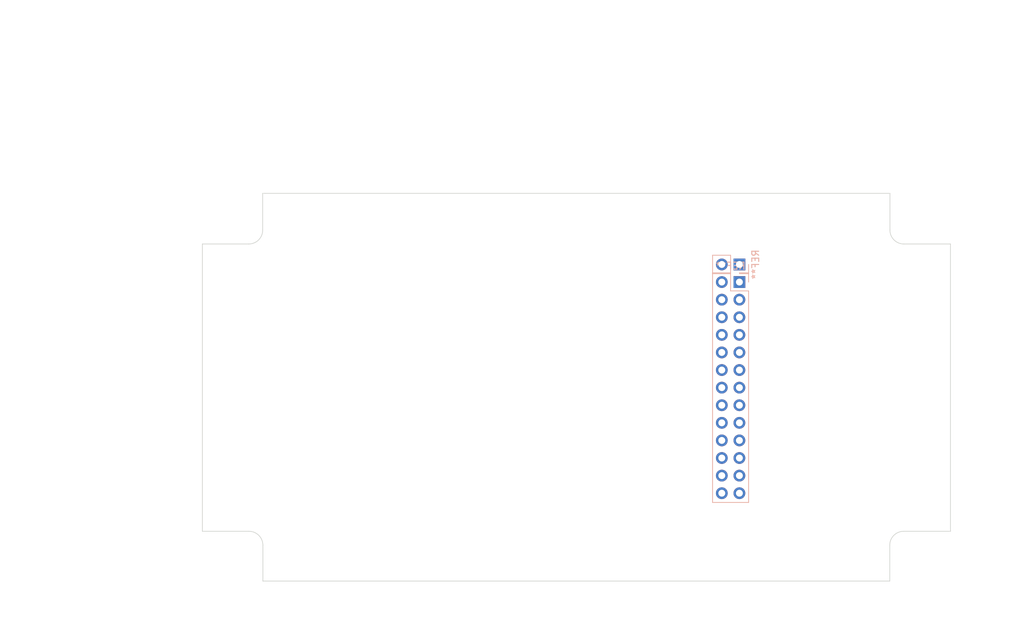
<source format=kicad_pcb>
(kicad_pcb (version 20171130) (host pcbnew "(5.1.4-0)")

  (general
    (thickness 1.6)
    (drawings 203)
    (tracks 0)
    (zones 0)
    (modules 2)
    (nets 1)
  )

  (page A4)
  (layers
    (0 F.Cu signal)
    (31 B.Cu signal)
    (32 B.Adhes user)
    (33 F.Adhes user)
    (34 B.Paste user)
    (35 F.Paste user)
    (36 B.SilkS user)
    (37 F.SilkS user)
    (38 B.Mask user)
    (39 F.Mask user)
    (40 Dwgs.User user)
    (41 Cmts.User user)
    (42 Eco1.User user)
    (43 Eco2.User user)
    (44 Edge.Cuts user)
    (45 Margin user)
    (46 B.CrtYd user)
    (47 F.CrtYd user)
    (48 B.Fab user)
    (49 F.Fab user)
  )

  (setup
    (last_trace_width 0.25)
    (trace_clearance 0.2)
    (zone_clearance 0.508)
    (zone_45_only no)
    (trace_min 0.2)
    (via_size 0.6)
    (via_drill 0.4)
    (via_min_size 0.4)
    (via_min_drill 0.3)
    (uvia_size 0.3)
    (uvia_drill 0.1)
    (uvias_allowed no)
    (uvia_min_size 0.2)
    (uvia_min_drill 0.1)
    (edge_width 0.1)
    (segment_width 0.2)
    (pcb_text_width 0.3)
    (pcb_text_size 1.5 1.5)
    (mod_edge_width 0.15)
    (mod_text_size 1 1)
    (mod_text_width 0.15)
    (pad_size 1.5 1.5)
    (pad_drill 0.6)
    (pad_to_mask_clearance 0)
    (aux_axis_origin 0 0)
    (visible_elements FFFFFF7F)
    (pcbplotparams
      (layerselection 0x00030_80000001)
      (usegerberextensions false)
      (usegerberattributes false)
      (usegerberadvancedattributes false)
      (creategerberjobfile false)
      (excludeedgelayer true)
      (linewidth 0.100000)
      (plotframeref false)
      (viasonmask false)
      (mode 1)
      (useauxorigin false)
      (hpglpennumber 1)
      (hpglpenspeed 20)
      (hpglpendiameter 15.000000)
      (psnegative false)
      (psa4output false)
      (plotreference true)
      (plotvalue true)
      (plotinvisibletext false)
      (padsonsilk false)
      (subtractmaskfromsilk false)
      (outputformat 1)
      (mirror false)
      (drillshape 1)
      (scaleselection 1)
      (outputdirectory ""))
  )

  (net 0 "")

  (net_class Default "This is the default net class."
    (clearance 0.2)
    (trace_width 0.25)
    (via_dia 0.6)
    (via_drill 0.4)
    (uvia_dia 0.3)
    (uvia_drill 0.1)
  )

  (module Connector_PinHeader_2.54mm:PinHeader_1x02_P2.54mm_Vertical (layer B.Cu) (tedit 59FED5CC) (tstamp 5E7CF0D5)
    (at 140.7781 74.27998 90)
    (descr "Through hole straight pin header, 1x02, 2.54mm pitch, single row")
    (tags "Through hole pin header THT 1x02 2.54mm single row")
    (fp_text reference REF** (at 0 2.33 90) (layer B.SilkS)
      (effects (font (size 1 1) (thickness 0.15)) (justify mirror))
    )
    (fp_text value P44-extra-pins (at 2.74574 -1.4478 180) (layer B.Fab)
      (effects (font (size 1 1) (thickness 0.15)) (justify mirror))
    )
    (fp_text user %R (at 0 -1.27 180) (layer B.Fab)
      (effects (font (size 1 1) (thickness 0.15)) (justify mirror))
    )
    (fp_line (start 1.8 1.8) (end -1.8 1.8) (layer B.CrtYd) (width 0.05))
    (fp_line (start 1.8 -4.35) (end 1.8 1.8) (layer B.CrtYd) (width 0.05))
    (fp_line (start -1.8 -4.35) (end 1.8 -4.35) (layer B.CrtYd) (width 0.05))
    (fp_line (start -1.8 1.8) (end -1.8 -4.35) (layer B.CrtYd) (width 0.05))
    (fp_line (start -1.33 1.33) (end 0 1.33) (layer B.SilkS) (width 0.12))
    (fp_line (start -1.33 0) (end -1.33 1.33) (layer B.SilkS) (width 0.12))
    (fp_line (start -1.33 -1.27) (end 1.33 -1.27) (layer B.SilkS) (width 0.12))
    (fp_line (start 1.33 -1.27) (end 1.33 -3.87) (layer B.SilkS) (width 0.12))
    (fp_line (start -1.33 -1.27) (end -1.33 -3.87) (layer B.SilkS) (width 0.12))
    (fp_line (start -1.33 -3.87) (end 1.33 -3.87) (layer B.SilkS) (width 0.12))
    (fp_line (start -1.27 0.635) (end -0.635 1.27) (layer B.Fab) (width 0.1))
    (fp_line (start -1.27 -3.81) (end -1.27 0.635) (layer B.Fab) (width 0.1))
    (fp_line (start 1.27 -3.81) (end -1.27 -3.81) (layer B.Fab) (width 0.1))
    (fp_line (start 1.27 1.27) (end 1.27 -3.81) (layer B.Fab) (width 0.1))
    (fp_line (start -0.635 1.27) (end 1.27 1.27) (layer B.Fab) (width 0.1))
    (pad 2 thru_hole oval (at 0 -2.54 90) (size 1.7 1.7) (drill 1) (layers *.Cu *.Mask))
    (pad 1 thru_hole rect (at 0 0 90) (size 1.7 1.7) (drill 1) (layers *.Cu *.Mask))
    (model ${KISYS3DMOD}/Connector_PinHeader_2.54mm.3dshapes/PinHeader_1x02_P2.54mm_Vertical.wrl
      (at (xyz 0 0 0))
      (scale (xyz 1 1 1))
      (rotate (xyz 0 0 0))
    )
  )

  (module Connector_PinHeader_2.54mm:PinHeader_2x13_P2.54mm_Vertical (layer B.Cu) (tedit 59FED5CC) (tstamp 5E7C7520)
    (at 140.7768 76.8224 180)
    (descr "Through hole straight pin header, 2x13, 2.54mm pitch, double rows")
    (tags "Through hole pin header THT 2x13 2.54mm double row")
    (fp_text reference REF** (at 1.27 2.33) (layer B.SilkS)
      (effects (font (size 1 1) (thickness 0.15)) (justify mirror))
    )
    (fp_text value P44-extension (at 1.27 -32.81) (layer B.Fab)
      (effects (font (size 1 1) (thickness 0.15)) (justify mirror))
    )
    (fp_line (start 0 1.27) (end 3.81 1.27) (layer B.Fab) (width 0.1))
    (fp_line (start 3.81 1.27) (end 3.81 -31.75) (layer B.Fab) (width 0.1))
    (fp_line (start 3.81 -31.75) (end -1.27 -31.75) (layer B.Fab) (width 0.1))
    (fp_line (start -1.27 -31.75) (end -1.27 0) (layer B.Fab) (width 0.1))
    (fp_line (start -1.27 0) (end 0 1.27) (layer B.Fab) (width 0.1))
    (fp_line (start -1.33 -31.81) (end 3.87 -31.81) (layer B.SilkS) (width 0.12))
    (fp_line (start -1.33 -1.27) (end -1.33 -31.81) (layer B.SilkS) (width 0.12))
    (fp_line (start 3.87 1.33) (end 3.87 -31.81) (layer B.SilkS) (width 0.12))
    (fp_line (start -1.33 -1.27) (end 1.27 -1.27) (layer B.SilkS) (width 0.12))
    (fp_line (start 1.27 -1.27) (end 1.27 1.33) (layer B.SilkS) (width 0.12))
    (fp_line (start 1.27 1.33) (end 3.87 1.33) (layer B.SilkS) (width 0.12))
    (fp_line (start -1.33 0) (end -1.33 1.33) (layer B.SilkS) (width 0.12))
    (fp_line (start -1.33 1.33) (end 0 1.33) (layer B.SilkS) (width 0.12))
    (fp_line (start -1.8 1.8) (end -1.8 -32.25) (layer B.CrtYd) (width 0.05))
    (fp_line (start -1.8 -32.25) (end 4.35 -32.25) (layer B.CrtYd) (width 0.05))
    (fp_line (start 4.35 -32.25) (end 4.35 1.8) (layer B.CrtYd) (width 0.05))
    (fp_line (start 4.35 1.8) (end -1.8 1.8) (layer B.CrtYd) (width 0.05))
    (fp_text user %R (at 1.27 -15.24 270) (layer B.Fab)
      (effects (font (size 1 1) (thickness 0.15)) (justify mirror))
    )
    (pad 1 thru_hole rect (at 0 0 180) (size 1.7 1.7) (drill 1) (layers *.Cu *.Mask))
    (pad 2 thru_hole oval (at 2.54 0 180) (size 1.7 1.7) (drill 1) (layers *.Cu *.Mask))
    (pad 3 thru_hole oval (at 0 -2.54 180) (size 1.7 1.7) (drill 1) (layers *.Cu *.Mask))
    (pad 4 thru_hole oval (at 2.54 -2.54 180) (size 1.7 1.7) (drill 1) (layers *.Cu *.Mask))
    (pad 5 thru_hole oval (at 0 -5.08 180) (size 1.7 1.7) (drill 1) (layers *.Cu *.Mask))
    (pad 6 thru_hole oval (at 2.54 -5.08 180) (size 1.7 1.7) (drill 1) (layers *.Cu *.Mask))
    (pad 7 thru_hole oval (at 0 -7.62 180) (size 1.7 1.7) (drill 1) (layers *.Cu *.Mask))
    (pad 8 thru_hole oval (at 2.54 -7.62 180) (size 1.7 1.7) (drill 1) (layers *.Cu *.Mask))
    (pad 9 thru_hole oval (at 0 -10.16 180) (size 1.7 1.7) (drill 1) (layers *.Cu *.Mask))
    (pad 10 thru_hole oval (at 2.54 -10.16 180) (size 1.7 1.7) (drill 1) (layers *.Cu *.Mask))
    (pad 11 thru_hole oval (at 0 -12.7 180) (size 1.7 1.7) (drill 1) (layers *.Cu *.Mask))
    (pad 12 thru_hole oval (at 2.54 -12.7 180) (size 1.7 1.7) (drill 1) (layers *.Cu *.Mask))
    (pad 13 thru_hole oval (at 0 -15.24 180) (size 1.7 1.7) (drill 1) (layers *.Cu *.Mask))
    (pad 14 thru_hole oval (at 2.54 -15.24 180) (size 1.7 1.7) (drill 1) (layers *.Cu *.Mask))
    (pad 15 thru_hole oval (at 0 -17.78 180) (size 1.7 1.7) (drill 1) (layers *.Cu *.Mask))
    (pad 16 thru_hole oval (at 2.54 -17.78 180) (size 1.7 1.7) (drill 1) (layers *.Cu *.Mask))
    (pad 17 thru_hole oval (at 0 -20.32 180) (size 1.7 1.7) (drill 1) (layers *.Cu *.Mask))
    (pad 18 thru_hole oval (at 2.54 -20.32 180) (size 1.7 1.7) (drill 1) (layers *.Cu *.Mask))
    (pad 19 thru_hole oval (at 0 -22.86 180) (size 1.7 1.7) (drill 1) (layers *.Cu *.Mask))
    (pad 20 thru_hole oval (at 2.54 -22.86 180) (size 1.7 1.7) (drill 1) (layers *.Cu *.Mask))
    (pad 21 thru_hole oval (at 0 -25.4 180) (size 1.7 1.7) (drill 1) (layers *.Cu *.Mask))
    (pad 22 thru_hole oval (at 2.54 -25.4 180) (size 1.7 1.7) (drill 1) (layers *.Cu *.Mask))
    (pad 23 thru_hole oval (at 0 -27.94 180) (size 1.7 1.7) (drill 1) (layers *.Cu *.Mask))
    (pad 24 thru_hole oval (at 2.54 -27.94 180) (size 1.7 1.7) (drill 1) (layers *.Cu *.Mask))
    (pad 25 thru_hole oval (at 0 -30.48 180) (size 1.7 1.7) (drill 1) (layers *.Cu *.Mask))
    (pad 26 thru_hole oval (at 2.54 -30.48 180) (size 1.7 1.7) (drill 1) (layers *.Cu *.Mask))
    (model ${KISYS3DMOD}/Connector_PinHeader_2.54mm.3dshapes/PinHeader_2x13_P2.54mm_Vertical.wrl
      (at (xyz 0 0 0))
      (scale (xyz 1 1 1))
      (rotate (xyz 0 0 0))
    )
  )

  (gr_line (start 120.416884 64.108189) (end 120.414062 64.10452) (layer Cmts.User) (width 0.2))
  (gr_line (start 121.435707 64.108189) (end 120.416884 64.108189) (layer Cmts.User) (width 0.2))
  (gr_arc (start 66.497116 111.517656) (end 66.495507 112.789264) (angle 89.9059084) (layer Cmts.User) (width 0.2))
  (gr_arc (start 66.497116 72.524252) (end 65.225507 72.523773) (angle 89.9059084) (layer Cmts.User) (width 0.2))
  (gr_line (start 168.786669 111.518135) (end 168.786669 72.523773) (layer Cmts.User) (width 0.2))
  (gr_line (start 147.484818 100.3173) (end 147.084062 100.717773) (layer Cmts.User) (width 0.2))
  (gr_line (start 148.035151 103.119767) (end 147.084062 103.119767) (layer Cmts.User) (width 0.2))
  (gr_line (start 70.980018 120.796191) (end 70.980018 116.292489) (layer Cmts.User) (width 0.2))
  (gr_line (start 163.033287 120.796191) (end 163.033287 116.292489) (layer Cmts.User) (width 0.2))
  (gr_arc (start 67.476669 116.292895) (end 67.47764 112.789547) (angle 89.97746664) (layer Cmts.User) (width 0.2))
  (gr_arc (start 167.515604 72.52371) (end 167.515822 71.252644) (angle 89.99301529) (layer Cmts.User) (width 0.2))
  (gr_line (start 165.744595 100.217111) (end 165.744595 100.117204) (layer Cmts.User) (width 0.2))
  (gr_line (start 166.145069 103.119767) (end 165.144309 103.119767) (layer Cmts.User) (width 0.2))
  (gr_line (start 159.94126 103.119767) (end 159.441162 103.119767) (layer Cmts.User) (width 0.2))
  (gr_line (start 157.239547 103.119767) (end 156.839638 103.119767) (layer Cmts.User) (width 0.2))
  (gr_line (start 147.484818 84.003162) (end 147.084062 83.602689) (layer Cmts.User) (width 0.2))
  (gr_arc (start 67.476669 67.749296) (end 70.980018 67.749702) (angle 89.97746664) (layer Cmts.User) (width 0.2))
  (gr_arc (start 167.515604 111.518199) (end 168.786669 111.518136) (angle 89.99301529) (layer Cmts.User) (width 0.2))
  (gr_line (start 166.145069 103.119767) (end 166.145069 100.617584) (layer Cmts.User) (width 0.2))
  (gr_line (start 147.084062 83.602689) (end 147.084062 81.100507) (layer Cmts.User) (width 0.2))
  (gr_line (start 147.084062 103.119767) (end 147.084062 100.717773) (layer Cmts.User) (width 0.2))
  (gr_line (start 120.414062 65.324849) (end 120.414062 64.10452) (layer Cmts.User) (width 0.2))
  (gr_line (start 113.429062 66.892029) (end 113.429062 62.463116) (layer Cmts.User) (width 0.2))
  (gr_line (start 107.02544 66.9671) (end 107.02544 62.463116) (layer Cmts.User) (width 0.2))
  (gr_arc (start 166.535612 67.750319) (end 166.5351 71.252644) (angle 90.00172617) (layer Cmts.User) (width 0.2))
  (gr_arc (start 166.535612 116.291872) (end 163.033287 116.292489) (angle 90.00172617) (layer Cmts.User) (width 0.2))
  (gr_line (start 70.980018 67.749702) (end 70.980018 63.245718) (layer Cmts.User) (width 0.2))
  (gr_line (start 163.033287 63.245718) (end 70.980018 63.245718) (layer Cmts.User) (width 0.2))
  (gr_line (start 163.033287 120.796191) (end 70.980018 120.796191) (layer Cmts.User) (width 0.2))
  (gr_line (start 167.515822 71.252644) (end 166.5351 71.252644) (layer Cmts.User) (width 0.2))
  (gr_line (start 167.535578 112.789264) (end 166.555138 112.789264) (layer Cmts.User) (width 0.2))
  (gr_line (start 67.47764 71.252644) (end 66.495507 71.252644) (layer Cmts.User) (width 0.2))
  (gr_line (start 67.47764 112.789264) (end 66.495507 112.789264) (layer Cmts.User) (width 0.2))
  (gr_line (start 88.12784 88.172431) (end 88.12784 84.5693) (layer Cmts.User) (width 0.2))
  (gr_line (start 81.636729 122.097236) (end 81.636729 120.796191) (layer Cmts.User) (width 0.2))
  (gr_line (start 78.921751 88.172431) (end 78.921751 84.5693) (layer Cmts.User) (width 0.2))
  (gr_line (start 72.853973 122.097236) (end 72.853973 120.796191) (layer Cmts.User) (width 0.2))
  (gr_line (start 166.145069 83.602689) (end 165.744595 84.003162) (layer Cmts.User) (width 0.2))
  (gr_line (start 166.145069 100.617584) (end 165.744595 100.217111) (layer Cmts.User) (width 0.2))
  (gr_line (start 65.225507 111.518135) (end 65.225507 72.523773) (layer Cmts.User) (width 0.2))
  (gr_line (start 163.033287 67.749702) (end 163.033287 63.245718) (layer Cmts.User) (width 0.2))
  (gr_line (start 66.038307 101.298022) (end 66.038307 88.787393) (layer Cmts.User) (width 0.2))
  (gr_line (start 151.636307 126.643271) (end 151.636307 120.160627) (layer Cmts.User) (width 0.2))
  (gr_line (start 151.890589 120.160627) (end 151.890589 112.915418) (layer Cmts.User) (width 0.2))
  (gr_line (start 145.283484 126.643271) (end 145.283484 120.160627) (layer Cmts.User) (width 0.2))
  (gr_line (start 124.875995 118.609816) (end 124.238173 111.618889) (layer Cmts.User) (width 0.2))
  (gr_line (start 125.790395 117.720251) (end 124.901395 111.618889) (layer Cmts.User) (width 0.2))
  (gr_line (start 122.968173 120.816793) (end 122.968173 106.604364) (layer Cmts.User) (width 0.2))
  (gr_line (start 103.122307 123.727633) (end 103.122307 105.067664) (layer Cmts.User) (width 0.2))
  (gr_line (start 88.12784 84.5693) (end 88.12784 80.966451) (layer Cmts.User) (width 0.2))
  (gr_line (start 135.752275 70.0024) (end 136.76884 70.0024) (layer Cmts.User) (width 0.2))
  (gr_line (start 135.752275 69.239836) (end 135.752275 70.0024) (layer Cmts.User) (width 0.2))
  (gr_line (start 136.76884 69.239836) (end 135.752275 69.239836) (layer Cmts.User) (width 0.2))
  (gr_line (start 134.226018 70.0024) (end 134.226018 69.239836) (layer Cmts.User) (width 0.2))
  (gr_line (start 133.209453 70.0024) (end 134.226018 70.0024) (layer Cmts.User) (width 0.2))
  (gr_line (start 133.209453 69.239836) (end 133.209453 70.0024) (layer Cmts.User) (width 0.2))
  (gr_line (start 134.226018 69.239836) (end 133.209453 69.239836) (layer Cmts.User) (width 0.2))
  (gr_line (start 142.105662 75.468198) (end 142.105662 74.832633) (layer Cmts.User) (width 0.2))
  (gr_line (start 141.47038 75.468198) (end 142.105662 75.468198) (layer Cmts.User) (width 0.2))
  (gr_line (start 141.47038 74.832633) (end 141.47038 75.468198) (layer Cmts.User) (width 0.2))
  (gr_line (start 142.105662 74.832633) (end 141.47038 74.832633) (layer Cmts.User) (width 0.2))
  (gr_line (start 141.851662 70.0024) (end 141.851662 69.239836) (layer Cmts.User) (width 0.2))
  (gr_line (start 140.835098 70.0024) (end 141.851662 70.0024) (layer Cmts.User) (width 0.2))
  (gr_line (start 140.835098 69.239836) (end 140.835098 70.0024) (layer Cmts.User) (width 0.2))
  (gr_line (start 127.881662 70.501651) (end 107.810018 70.501651) (layer Cmts.User) (width 0.2))
  (gr_line (start 127.881662 104.681867) (end 107.810018 104.681867) (layer Cmts.User) (width 0.2))
  (gr_line (start 128.050995 118.609816) (end 124.875995 118.609816) (layer Cmts.User) (width 0.2))
  (gr_line (start 127.161995 117.720251) (end 125.891996 117.720251) (layer Cmts.User) (width 0.2))
  (gr_line (start 103.122307 123.727633) (end 87.363018 123.727633) (layer Cmts.User) (width 0.2))
  (gr_line (start 142.867662 64.02832) (end 127.111196 64.02832) (layer Cmts.User) (width 0.2))
  (gr_line (start 142.867662 70.0024) (end 127.111196 70.0024) (layer Cmts.User) (width 0.2))
  (gr_line (start 101.570084 101.527469) (end 88.861618 101.527469) (layer Cmts.User) (width 0.2))
  (gr_line (start 103.122307 105.067664) (end 87.363018 105.067664) (layer Cmts.User) (width 0.2))
  (gr_line (start 107.810018 104.681867) (end 107.810018 70.501651) (layer Cmts.User) (width 0.2))
  (gr_line (start 88.861618 101.527469) (end 88.861618 95.321967) (layer Cmts.User) (width 0.2))
  (gr_line (start 78.645173 101.298022) (end 78.645173 88.787393) (layer Cmts.User) (width 0.2))
  (gr_line (start 151.890589 112.915418) (end 145.029484 112.915418) (layer Cmts.User) (width 0.2))
  (gr_line (start 151.890589 120.160627) (end 145.029484 120.160627) (layer Cmts.User) (width 0.2))
  (gr_line (start 151.636307 126.643271) (end 145.283484 126.643271) (layer Cmts.User) (width 0.2))
  (gr_line (start 113.403662 62.437998) (end 107.05084 62.437998) (layer Cmts.User) (width 0.2))
  (gr_line (start 133.133818 118.609816) (end 129.958818 118.609816) (layer Cmts.User) (width 0.2))
  (gr_line (start 126.106484 64.10452) (end 126.103662 64.108189) (layer Cmts.User) (width 0.2))
  (gr_line (start 126.103662 64.108189) (end 125.082018 64.108189) (layer Cmts.User) (width 0.2))
  (gr_line (start 126.191151 99.863204) (end 124.003929 99.863204) (layer Cmts.User) (width 0.2))
  (gr_line (start 126.106484 65.324849) (end 126.106484 64.10452) (layer Cmts.User) (width 0.2))
  (gr_line (start 88.12784 80.966451) (end 87.125951 79.965409) (layer Cmts.User) (width 0.2))
  (gr_line (start 88.12784 88.172431) (end 87.125951 89.173756) (layer Cmts.User) (width 0.2))
  (gr_line (start 79.92364 79.965409) (end 78.921751 80.966451) (layer Cmts.User) (width 0.2))
  (gr_line (start 83.524795 89.173756) (end 79.92364 89.173756) (layer Cmts.User) (width 0.2))
  (gr_line (start 79.92364 89.173756) (end 78.921751 88.172431) (layer Cmts.User) (width 0.2))
  (gr_line (start 69.441907 101.298022) (end 66.038307 101.298022) (layer Cmts.User) (width 0.2))
  (gr_line (start 166.145069 81.100507) (end 163.74364 81.100507) (layer Cmts.User) (width 0.2))
  (gr_line (start 149.533751 81.100507) (end 147.084062 81.100507) (layer Cmts.User) (width 0.2))
  (gr_line (start 142.105662 109.152831) (end 137.02284 109.152831) (layer Cmts.User) (width 0.2))
  (gr_line (start 132.143218 117.720251) (end 130.873218 117.720251) (layer Cmts.User) (width 0.2))
  (gr_line (start 132.244818 117.720251) (end 130.974818 117.720251) (layer Cmts.User) (width 0.2))
  (gr_line (start 135.04164 106.604364) (end 122.968173 106.604364) (layer Cmts.User) (width 0.2))
  (gr_line (start 135.04164 120.816793) (end 122.968173 120.816793) (layer Cmts.User) (width 0.2))
  (gr_line (start 87.125951 89.173756) (end 83.524795 89.173756) (layer Cmts.User) (width 0.2))
  (gr_line (start 78.645173 101.298022) (end 75.244395 101.298022) (layer Cmts.User) (width 0.2))
  (gr_line (start 131.686018 70.0024) (end 131.686018 69.239836) (layer Cmts.User) (width 0.2))
  (gr_line (start 130.669453 70.0024) (end 131.686018 70.0024) (layer Cmts.User) (width 0.2))
  (gr_line (start 130.669453 69.239836) (end 130.669453 70.0024) (layer Cmts.User) (width 0.2))
  (gr_line (start 131.686018 69.239836) (end 130.669453 69.239836) (layer Cmts.User) (width 0.2))
  (gr_line (start 129.143195 70.0024) (end 129.143195 69.239836) (layer Cmts.User) (width 0.2))
  (gr_line (start 128.126631 70.0024) (end 129.143195 70.0024) (layer Cmts.User) (width 0.2))
  (gr_arc (start 125.073743 100.982306) (end 125.073551 101.871498) (angle 90.01166397) (layer Cmts.User) (width 0.2))
  (gr_arc (start 125.073359 100.982306) (end 125.962551 100.981933) (angle 90.01166397) (layer Cmts.User) (width 0.2))
  (gr_arc (start 125.073299 100.981339) (end 125.073551 100.092087) (angle 90.02206675) (layer Cmts.User) (width 0.2))
  (gr_arc (start 125.073803 100.981339) (end 124.184551 100.981933) (angle 90.02206675) (layer Cmts.User) (width 0.2))
  (gr_arc (start 125.073004 100.975707) (end 125.073551 101.032733) (angle 79.1151639) (layer Cmts.User) (width 0.2))
  (gr_arc (start 125.073692 100.976291) (end 125.017107 100.987013) (angle 89.28187164) (layer Cmts.User) (width 0.2))
  (gr_arc (start 125.073384 100.973195) (end 125.062262 100.919844) (angle 92.52620286) (layer Cmts.User) (width 0.2))
  (gr_arc (start 125.075318 100.978678) (end 125.127173 100.964435) (angle 95.15962196) (layer Cmts.User) (width 0.2))
  (gr_line (start 128.126631 69.239836) (end 128.126631 70.0024) (layer Cmts.User) (width 0.2))
  (gr_line (start 129.143195 69.239836) (end 128.126631 69.239836) (layer Cmts.User) (width 0.2))
  (gr_line (start 101.570084 95.321967) (end 88.861618 95.321967) (layer Cmts.User) (width 0.2))
  (gr_line (start 141.851662 69.239836) (end 140.835098 69.239836) (layer Cmts.User) (width 0.2))
  (gr_line (start 139.30884 70.0024) (end 139.30884 69.239836) (layer Cmts.User) (width 0.2))
  (gr_line (start 138.292275 70.0024) (end 139.30884 70.0024) (layer Cmts.User) (width 0.2))
  (gr_line (start 138.292275 69.239836) (end 138.292275 70.0024) (layer Cmts.User) (width 0.2))
  (gr_line (start 139.30884 69.239836) (end 138.292275 69.239836) (layer Cmts.User) (width 0.2))
  (gr_line (start 81.636729 120.796191) (end 81.636729 116.442349) (layer Cmts.User) (width 0.2))
  (gr_line (start 78.921751 84.5693) (end 78.921751 80.966451) (layer Cmts.User) (width 0.2))
  (gr_line (start 72.853973 120.796191) (end 72.853973 116.442349) (layer Cmts.User) (width 0.2))
  (gr_line (start 166.145069 83.602689) (end 166.145069 81.100507) (layer Cmts.User) (width 0.2))
  (gr_line (start 126.191151 102.10038) (end 124.003929 102.10038) (layer Cmts.User) (width 0.2))
  (gr_line (start 83.524795 79.965409) (end 79.92364 79.965409) (layer Cmts.User) (width 0.2))
  (gr_line (start 77.234062 120.796191) (end 72.853973 120.796191) (layer Cmts.User) (width 0.2))
  (gr_line (start 69.441907 88.787393) (end 66.038307 88.787393) (layer Cmts.User) (width 0.2))
  (gr_line (start 142.105662 109.152831) (end 142.105662 74.832633) (layer Cmts.User) (width 0.2))
  (gr_line (start 137.02284 109.152831) (end 137.02284 74.832633) (layer Cmts.User) (width 0.2))
  (gr_line (start 127.881662 104.681867) (end 127.881662 70.501651) (layer Cmts.User) (width 0.2))
  (gr_line (start 145.029484 120.160627) (end 145.029484 112.915418) (layer Cmts.User) (width 0.2))
  (gr_line (start 142.867662 70.0024) (end 142.867662 64.02832) (layer Cmts.User) (width 0.2))
  (gr_line (start 135.04164 120.816793) (end 135.04164 106.604364) (layer Cmts.User) (width 0.2))
  (gr_line (start 132.244818 117.720251) (end 133.133818 111.618889) (layer Cmts.User) (width 0.2))
  (gr_line (start 133.133818 118.609816) (end 133.768818 111.618889) (layer Cmts.User) (width 0.2))
  (gr_line (start 129.958818 118.609816) (end 129.320995 111.618889) (layer Cmts.User) (width 0.2))
  (gr_line (start 127.111196 70.0024) (end 127.111196 64.02832) (layer Cmts.User) (width 0.2))
  (gr_line (start 126.191151 102.10038) (end 126.191151 99.863204) (layer Cmts.User) (width 0.2))
  (gr_line (start 130.873218 117.720251) (end 129.984218 111.618889) (layer Cmts.User) (width 0.2))
  (gr_line (start 124.003929 102.10038) (end 124.003929 99.863204) (layer Cmts.User) (width 0.2))
  (gr_line (start 87.363018 123.727633) (end 87.363018 105.067664) (layer Cmts.User) (width 0.2))
  (gr_line (start 142.105662 74.832633) (end 137.02284 74.832633) (layer Cmts.User) (width 0.2))
  (gr_line (start 127.060395 117.720251) (end 125.790395 117.720251) (layer Cmts.User) (width 0.2))
  (gr_line (start 87.125951 79.965409) (end 83.524795 79.965409) (layer Cmts.User) (width 0.2))
  (gr_line (start 78.645173 88.787393) (end 75.244395 88.787393) (layer Cmts.User) (width 0.2))
  (gr_line (start 81.636729 116.442349) (end 72.853973 116.442349) (layer Cmts.User) (width 0.2))
  (gr_line (start 81.636729 120.796191) (end 77.234062 120.796191) (layer Cmts.User) (width 0.2))
  (gr_line (start 81.636729 122.097236) (end 72.853973 122.097236) (layer Cmts.User) (width 0.2))
  (gr_line (start 101.570084 101.527469) (end 101.570084 95.321967) (layer Cmts.User) (width 0.2))
  (gr_line (start 128.050995 118.609816) (end 128.685995 111.618889) (layer Cmts.User) (width 0.2))
  (gr_line (start 127.161995 117.720251) (end 128.050995 111.618889) (layer Cmts.User) (width 0.2))
  (gr_arc (start 158.340422 103.119693) (end 157.239547 103.119767) (angle 89.99297742) (layer Cmts.User) (width 0.2))
  (gr_arc (start 158.340046 103.119934) (end 158.340213 102.018818) (angle 89.98259339) (layer Cmts.User) (width 0.2))
  (gr_arc (start 123.271487 65.136012) (end 121.435707 64.108189) (angle 31.31112516) (layer Cmts.User) (width 0.2))
  (gr_arc (start 123.260382 65.118841) (end 122.237218 63.303856) (angle 90.05640786) (layer Cmts.User) (width 0.2))
  (gr_arc (start 89.862946 96.321874) (end 89.863507 96.623293) (angle 89.89077037) (layer Cmts.User) (width 0.2))
  (gr_arc (start 89.86184 96.322476) (end 90.162662 96.323009) (angle 89.581117) (layer Cmts.User) (width 0.2))
  (gr_arc (start 89.862023 96.32336) (end 89.863507 96.022724) (angle 89.65032489) (layer Cmts.User) (width 0.2))
  (gr_arc (start 89.862766 96.323962) (end 89.561529 96.323009) (angle 89.95963416) (layer Cmts.User) (width 0.2))
  (gr_arc (start 113.403886 62.463458) (end 113.403662 62.43828) (angle 89.73014708) (layer Cmts.User) (width 0.2))
  (gr_arc (start 107.050616 62.463458) (end 107.02544 62.463116) (angle 89.73014708) (layer Cmts.User) (width 0.2))
  (gr_line (start 136.76884 70.0024) (end 136.76884 69.239836) (layer Cmts.User) (width 0.2))
  (dimension 3.50774 (width 0.15) (layer Dwgs.User)
    (gr_text "3.5 mm" (at 150.49198 75.56627 90) (layer Dwgs.User)
      (effects (font (size 1 1) (thickness 0.15)))
    )
    (feature1 (pts (xy 141.00302 73.8124) (xy 149.778401 73.8124)))
    (feature2 (pts (xy 141.00302 77.32014) (xy 149.778401 77.32014)))
    (crossbar (pts (xy 149.19198 77.32014) (xy 149.19198 73.8124)))
    (arrow1a (pts (xy 149.19198 73.8124) (xy 149.778401 74.938904)))
    (arrow1b (pts (xy 149.19198 73.8124) (xy 148.605559 74.938904)))
    (arrow2a (pts (xy 149.19198 77.32014) (xy 149.778401 76.193636)))
    (arrow2b (pts (xy 149.19198 77.32014) (xy 148.605559 76.193636)))
  )
  (dimension 15.00886 (width 0.15) (layer Dwgs.User)
    (gr_text "15 mm" (at 148.52777 66.83804) (layer Dwgs.User)
      (effects (font (size 1 1) (thickness 0.15)))
    )
    (feature1 (pts (xy 156.0322 77.26172) (xy 156.0322 67.551619)))
    (feature2 (pts (xy 141.02334 77.26172) (xy 141.02334 67.551619)))
    (crossbar (pts (xy 141.02334 68.13804) (xy 156.0322 68.13804)))
    (arrow1a (pts (xy 156.0322 68.13804) (xy 154.905696 68.724461)))
    (arrow1b (pts (xy 156.0322 68.13804) (xy 154.905696 67.551619)))
    (arrow2a (pts (xy 141.02334 68.13804) (xy 142.149844 68.724461)))
    (arrow2b (pts (xy 141.02334 68.13804) (xy 142.149844 67.551619)))
  )
  (dimension 90.5002 (width 0.15) (layer Dwgs.User)
    (gr_text "90.500 mm" (at 117.2337 126.4966) (layer Dwgs.User)
      (effects (font (size 1 1) (thickness 0.15)))
    )
    (feature1 (pts (xy 162.4838 118.3386) (xy 162.4838 125.783021)))
    (feature2 (pts (xy 71.9836 118.3386) (xy 71.9836 125.783021)))
    (crossbar (pts (xy 71.9836 125.1966) (xy 162.4838 125.1966)))
    (arrow1a (pts (xy 162.4838 125.1966) (xy 161.357296 125.783021)))
    (arrow1b (pts (xy 162.4838 125.1966) (xy 161.357296 124.610179)))
    (arrow2a (pts (xy 71.9836 125.1966) (xy 73.110104 125.783021)))
    (arrow2b (pts (xy 71.9836 125.1966) (xy 73.110104 124.610179)))
  )
  (dimension 55.9816 (width 0.15) (layer Dwgs.User)
    (gr_text "55.982 mm" (at 180.5224 91.9988 270) (layer Dwgs.User)
      (effects (font (size 1 1) (thickness 0.15)))
    )
    (feature1 (pts (xy 162.0012 119.9896) (xy 179.808821 119.9896)))
    (feature2 (pts (xy 162.0012 64.008) (xy 179.808821 64.008)))
    (crossbar (pts (xy 179.2224 64.008) (xy 179.2224 119.9896)))
    (arrow1a (pts (xy 179.2224 119.9896) (xy 178.635979 118.863096)))
    (arrow1b (pts (xy 179.2224 119.9896) (xy 179.808821 118.863096)))
    (arrow2a (pts (xy 179.2224 64.008) (xy 178.635979 65.134504)))
    (arrow2b (pts (xy 179.2224 64.008) (xy 179.808821 65.134504)))
  )
  (gr_line (start 162.5092 69.3166) (end 162.5092 64.008) (layer Edge.Cuts) (width 0.1) (tstamp 5E7B9655))
  (gr_line (start 164.5158 71.3232) (end 171.2468 71.3232) (layer Edge.Cuts) (width 0.1) (tstamp 5E7B9647))
  (gr_line (start 164.4904 112.8014) (end 171.2468 112.8014) (layer Edge.Cuts) (width 0.1) (tstamp 5E7B9625))
  (gr_line (start 162.4838 119.9896) (end 162.4838 114.808) (layer Edge.Cuts) (width 0.1) (tstamp 5E7B9617))
  (gr_line (start 69.977 112.8014) (end 63.246 112.8014) (layer Edge.Cuts) (width 0.1) (tstamp 5E7B95F4))
  (gr_line (start 71.9836 114.808) (end 71.9836 119.9896) (layer Edge.Cuts) (width 0.1) (tstamp 5E7B95D0))
  (gr_arc (start 164.5158 69.3166) (end 162.5092 69.3166) (angle -90) (layer Edge.Cuts) (width 0.1) (tstamp 5E7B95A6))
  (gr_arc (start 164.4904 114.808) (end 164.4904 112.8014) (angle -90) (layer Edge.Cuts) (width 0.1) (tstamp 5E7B9592))
  (gr_arc (start 69.977 114.808) (end 71.9836 114.808) (angle -90) (layer Edge.Cuts) (width 0.1))
  (gr_line (start 69.9516 71.3232) (end 63.246 71.3232) (layer Edge.Cuts) (width 0.1) (tstamp 5E7B948E))
  (gr_line (start 71.9582 64.008) (end 71.9582 69.3166) (layer Edge.Cuts) (width 0.1) (tstamp 5E7B947C))
  (gr_arc (start 69.9516 69.3166) (end 69.9516 71.3232) (angle -90) (layer Edge.Cuts) (width 0.1))
  (gr_line (start 71.9582 64.008) (end 162.5092 64.008) (layer Edge.Cuts) (width 0.1) (tstamp 5E7B9357))
  (gr_line (start 171.2468 112.8014) (end 171.2468 71.3232) (layer Edge.Cuts) (width 0.1))
  (gr_line (start 71.9836 119.9896) (end 162.4838 119.9896) (layer Edge.Cuts) (width 0.1))
  (gr_line (start 63.246 71.3232) (end 63.246 112.8014) (layer Edge.Cuts) (width 0.1))
  (gr_circle (center 156.0322 110.2868) (end 160.02 110.3122) (layer Dwgs.User) (width 0.15) (tstamp 5E7B8FA7))
  (gr_circle (center 156.0322 110.2868) (end 157.8102 110.2614) (layer Dwgs.User) (width 0.15) (tstamp 5E7B8FA6))
  (gr_circle (center 78.486 110.3122) (end 82.4738 110.3376) (layer Dwgs.User) (width 0.15))
  (gr_circle (center 78.486 110.3122) (end 80.264 110.2868) (layer Dwgs.User) (width 0.15))
  (gr_circle (center 156.0068 73.8124) (end 159.9946 73.9394) (layer Dwgs.User) (width 0.15))
  (gr_circle (center 156.0068 73.8124) (end 157.7594 73.787) (layer Dwgs.User) (width 0.15))
  (gr_circle (center 78.5 73.8) (end 82.423 73.787) (layer Dwgs.User) (width 0.15))
  (gr_circle (center 78.5 73.8) (end 80.264 73.787) (layer Dwgs.User) (width 0.15))
  (dimension 108 (width 0.3) (layer Dwgs.User)
    (gr_text "108.000 mm" (at 117.25 36.75) (layer Dwgs.User)
      (effects (font (size 1 1) (thickness 0.15)))
    )
    (feature1 (pts (xy 171.25 73.8) (xy 171.25 35.4)))
    (feature2 (pts (xy 63.25 73.8) (xy 63.25 35.4)))
    (crossbar (pts (xy 63.25 38.1) (xy 171.25 38.1)))
    (arrow1a (pts (xy 171.25 38.1) (xy 170.123496 38.686421)))
    (arrow1b (pts (xy 171.25 38.1) (xy 170.123496 37.513579)))
    (arrow2a (pts (xy 63.25 38.1) (xy 64.376504 38.686421)))
    (arrow2b (pts (xy 63.25 38.1) (xy 64.376504 37.513579)))
  )
  (dimension 8 (width 0.3) (layer Dwgs.User)
    (gr_text "8.000 mm" (at 67.25 46.4) (layer Dwgs.User)
      (effects (font (size 1.5 1.5) (thickness 0.3)))
    )
    (feature1 (pts (xy 63.25 73.8) (xy 63.25 45.05)))
    (feature2 (pts (xy 71.25 73.8) (xy 71.25 45.05)))
    (crossbar (pts (xy 71.25 47.75) (xy 63.25 47.75)))
    (arrow1a (pts (xy 63.25 47.75) (xy 64.376504 47.163579)))
    (arrow1b (pts (xy 63.25 47.75) (xy 64.376504 48.336421)))
    (arrow2a (pts (xy 71.25 47.75) (xy 70.123496 47.163579)))
    (arrow2b (pts (xy 71.25 47.75) (xy 70.123496 48.336421)))
  )
  (dimension 8 (width 0.3) (layer Dwgs.User)
    (gr_text "8.000 mm" (at 37.65 67.3 90) (layer Dwgs.User)
      (effects (font (size 1 1) (thickness 0.15)))
    )
    (feature1 (pts (xy 67.8 63.3) (xy 36.3 63.3)))
    (feature2 (pts (xy 67.8 71.3) (xy 36.3 71.3)))
    (crossbar (pts (xy 39 71.3) (xy 39 63.3)))
    (arrow1a (pts (xy 39 63.3) (xy 39.586421 64.426504)))
    (arrow1b (pts (xy 39 63.3) (xy 38.413579 64.426504)))
    (arrow2a (pts (xy 39 71.3) (xy 39.586421 70.173496)))
    (arrow2b (pts (xy 39 71.3) (xy 38.413579 70.173496)))
  )
  (dimension 49.5 (width 0.3) (layer Dwgs.User)
    (gr_text "49.500 mm" (at 37.7 96.05 270) (layer Dwgs.User)
      (effects (font (size 1 1) (thickness 0.15)))
    )
    (feature1 (pts (xy 67.8 120.8) (xy 36.35 120.8)))
    (feature2 (pts (xy 67.8 71.3) (xy 36.35 71.3)))
    (crossbar (pts (xy 39.05 71.3) (xy 39.05 120.8)))
    (arrow1a (pts (xy 39.05 120.8) (xy 38.463579 119.673496)))
    (arrow1b (pts (xy 39.05 120.8) (xy 39.636421 119.673496)))
    (arrow2a (pts (xy 39.05 71.3) (xy 38.463579 72.426504)))
    (arrow2b (pts (xy 39.05 71.3) (xy 39.636421 72.426504)))
  )
  (dimension 41.5 (width 0.3) (layer Dwgs.User)
    (gr_text "41.500 mm" (at 43.35 92.05 270) (layer Dwgs.User)
      (effects (font (size 1 1) (thickness 0.15)))
    )
    (feature1 (pts (xy 67.8 112.8) (xy 42 112.8)))
    (feature2 (pts (xy 67.8 71.3) (xy 42 71.3)))
    (crossbar (pts (xy 44.7 71.3) (xy 44.7 112.8)))
    (arrow1a (pts (xy 44.7 112.8) (xy 44.113579 111.673496)))
    (arrow1b (pts (xy 44.7 112.8) (xy 45.286421 111.673496)))
    (arrow2a (pts (xy 44.7 71.3) (xy 44.113579 72.426504)))
    (arrow2b (pts (xy 44.7 71.3) (xy 45.286421 72.426504)))
  )
  (dimension 2.5 (width 0.3) (layer Dwgs.User) (tstamp 5E7BED5B)
    (gr_text "2.500 mm" (at 57.15 72.55 90) (layer Dwgs.User) (tstamp 5E7BED5B)
      (effects (font (size 1 1) (thickness 0.15)))
    )
    (feature1 (pts (xy 67.8 71.3) (xy 55.8 71.3)))
    (feature2 (pts (xy 67.8 73.8) (xy 55.8 73.8)))
    (crossbar (pts (xy 58.5 73.8) (xy 58.5 71.3)))
    (arrow1a (pts (xy 58.5 71.3) (xy 59.086421 72.426504)))
    (arrow1b (pts (xy 58.5 71.3) (xy 57.913579 72.426504)))
    (arrow2a (pts (xy 58.5 73.8) (xy 59.086421 72.673496)))
    (arrow2b (pts (xy 58.5 73.8) (xy 57.913579 72.673496)))
  )
  (dimension 92 (width 0.3) (layer Dwgs.User)
    (gr_text "92.000 mm" (at 117.25 46.4) (layer Dwgs.User)
      (effects (font (size 1 1) (thickness 0.15)))
    )
    (feature1 (pts (xy 163.25 70.5) (xy 163.25 45.05)))
    (feature2 (pts (xy 71.25 70.5) (xy 71.25 45.05)))
    (crossbar (pts (xy 71.25 47.75) (xy 163.25 47.75)))
    (arrow1a (pts (xy 163.25 47.75) (xy 162.123496 48.336421)))
    (arrow1b (pts (xy 163.25 47.75) (xy 162.123496 47.163579)))
    (arrow2a (pts (xy 71.25 47.75) (xy 72.376504 48.336421)))
    (arrow2b (pts (xy 71.25 47.75) (xy 72.376504 47.163579)))
  )
  (dimension 7.25 (width 0.3) (layer Dwgs.User)
    (gr_text "7.250 mm" (at 74.875 42.25) (layer Dwgs.User)
      (effects (font (size 1.5 1.5) (thickness 0.3)))
    )
    (feature1 (pts (xy 71.25 73.8) (xy 71.25 40.9)))
    (feature2 (pts (xy 78.5 73.8) (xy 78.5 40.9)))
    (crossbar (pts (xy 78.5 43.6) (xy 71.25 43.6)))
    (arrow1a (pts (xy 71.25 43.6) (xy 72.376504 43.013579)))
    (arrow1b (pts (xy 71.25 43.6) (xy 72.376504 44.186421)))
    (arrow2a (pts (xy 78.5 43.6) (xy 77.373496 43.013579)))
    (arrow2b (pts (xy 78.5 43.6) (xy 77.373496 44.186421)))
  )
  (dimension 77.5 (width 0.3) (layer Dwgs.User)
    (gr_text "77.500 mm" (at 117.25 51.75) (layer Dwgs.User)
      (effects (font (size 1 1) (thickness 0.15)))
    )
    (feature1 (pts (xy 156 77) (xy 156 50.4)))
    (feature2 (pts (xy 78.5 77) (xy 78.5 50.4)))
    (crossbar (pts (xy 78.5 53.1) (xy 156 53.1)))
    (arrow1a (pts (xy 156 53.1) (xy 154.873496 53.686421)))
    (arrow1b (pts (xy 156 53.1) (xy 154.873496 52.513579)))
    (arrow2a (pts (xy 78.5 53.1) (xy 79.626504 53.686421)))
    (arrow2b (pts (xy 78.5 53.1) (xy 79.626504 52.513579)))
  )
  (dimension 36.5 (width 0.3) (layer Dwgs.User) (tstamp 5E7BEF4E)
    (gr_text "36.500 mm" (at 61.45 92.05 270) (layer Dwgs.User) (tstamp 5E7BEF4E)
      (effects (font (size 1 1) (thickness 0.15)))
    )
    (feature1 (pts (xy 85.6 110.3) (xy 60.1 110.3)))
    (feature2 (pts (xy 85.6 73.8) (xy 60.1 73.8)))
    (crossbar (pts (xy 62.8 73.8) (xy 62.8 110.3)))
    (arrow1a (pts (xy 62.8 110.3) (xy 62.213579 109.173496)))
    (arrow1b (pts (xy 62.8 110.3) (xy 63.386421 109.173496)))
    (arrow2a (pts (xy 62.8 73.8) (xy 62.213579 74.926504)))
    (arrow2b (pts (xy 62.8 73.8) (xy 63.386421 74.926504)))
  )

)

</source>
